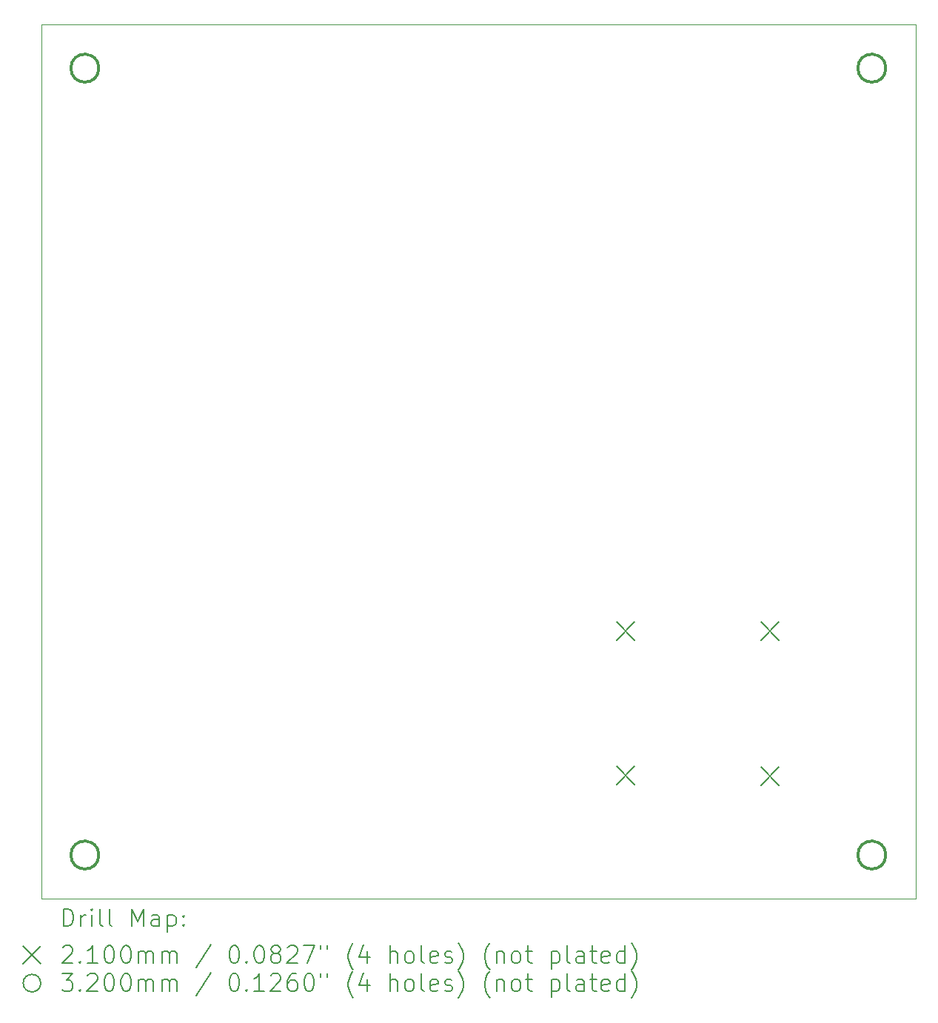
<source format=gbr>
%TF.GenerationSoftware,KiCad,Pcbnew,7.0.8-7.0.8~ubuntu22.04.1*%
%TF.CreationDate,2023-10-06T16:41:17-07:00*%
%TF.ProjectId,feedbackController,66656564-6261-4636-9b43-6f6e74726f6c,rev?*%
%TF.SameCoordinates,Original*%
%TF.FileFunction,Drillmap*%
%TF.FilePolarity,Positive*%
%FSLAX45Y45*%
G04 Gerber Fmt 4.5, Leading zero omitted, Abs format (unit mm)*
G04 Created by KiCad (PCBNEW 7.0.8-7.0.8~ubuntu22.04.1) date 2023-10-06 16:41:17*
%MOMM*%
%LPD*%
G01*
G04 APERTURE LIST*
%ADD10C,0.100000*%
%ADD11C,0.200000*%
%ADD12C,0.210000*%
%ADD13C,0.320000*%
G04 APERTURE END LIST*
D10*
X15000000Y-5000000D02*
X5000000Y-5000000D01*
X5000000Y-5000000D02*
X5000000Y-15000000D01*
X15000000Y-15000000D02*
X15000000Y-5000000D01*
X5000000Y-15000000D02*
X15000000Y-15000000D01*
D11*
D12*
X11579000Y-11833000D02*
X11789000Y-12043000D01*
X11789000Y-11833000D02*
X11579000Y-12043000D01*
X11579000Y-13484000D02*
X11789000Y-13694000D01*
X11789000Y-13484000D02*
X11579000Y-13694000D01*
X13230000Y-11833000D02*
X13440000Y-12043000D01*
X13440000Y-11833000D02*
X13230000Y-12043000D01*
X13230000Y-13495000D02*
X13440000Y-13705000D01*
X13440000Y-13495000D02*
X13230000Y-13705000D01*
D13*
X5660000Y-5500000D02*
G75*
G03*
X5660000Y-5500000I-160000J0D01*
G01*
X5660000Y-14500000D02*
G75*
G03*
X5660000Y-14500000I-160000J0D01*
G01*
X14660000Y-5500000D02*
G75*
G03*
X14660000Y-5500000I-160000J0D01*
G01*
X14660000Y-14500000D02*
G75*
G03*
X14660000Y-14500000I-160000J0D01*
G01*
D11*
X5255777Y-15316484D02*
X5255777Y-15116484D01*
X5255777Y-15116484D02*
X5303396Y-15116484D01*
X5303396Y-15116484D02*
X5331967Y-15126008D01*
X5331967Y-15126008D02*
X5351015Y-15145055D01*
X5351015Y-15145055D02*
X5360539Y-15164103D01*
X5360539Y-15164103D02*
X5370063Y-15202198D01*
X5370063Y-15202198D02*
X5370063Y-15230769D01*
X5370063Y-15230769D02*
X5360539Y-15268865D01*
X5360539Y-15268865D02*
X5351015Y-15287912D01*
X5351015Y-15287912D02*
X5331967Y-15306960D01*
X5331967Y-15306960D02*
X5303396Y-15316484D01*
X5303396Y-15316484D02*
X5255777Y-15316484D01*
X5455777Y-15316484D02*
X5455777Y-15183150D01*
X5455777Y-15221246D02*
X5465301Y-15202198D01*
X5465301Y-15202198D02*
X5474824Y-15192674D01*
X5474824Y-15192674D02*
X5493872Y-15183150D01*
X5493872Y-15183150D02*
X5512920Y-15183150D01*
X5579586Y-15316484D02*
X5579586Y-15183150D01*
X5579586Y-15116484D02*
X5570063Y-15126008D01*
X5570063Y-15126008D02*
X5579586Y-15135531D01*
X5579586Y-15135531D02*
X5589110Y-15126008D01*
X5589110Y-15126008D02*
X5579586Y-15116484D01*
X5579586Y-15116484D02*
X5579586Y-15135531D01*
X5703396Y-15316484D02*
X5684348Y-15306960D01*
X5684348Y-15306960D02*
X5674824Y-15287912D01*
X5674824Y-15287912D02*
X5674824Y-15116484D01*
X5808158Y-15316484D02*
X5789110Y-15306960D01*
X5789110Y-15306960D02*
X5779586Y-15287912D01*
X5779586Y-15287912D02*
X5779586Y-15116484D01*
X6036729Y-15316484D02*
X6036729Y-15116484D01*
X6036729Y-15116484D02*
X6103396Y-15259341D01*
X6103396Y-15259341D02*
X6170062Y-15116484D01*
X6170062Y-15116484D02*
X6170062Y-15316484D01*
X6351015Y-15316484D02*
X6351015Y-15211722D01*
X6351015Y-15211722D02*
X6341491Y-15192674D01*
X6341491Y-15192674D02*
X6322443Y-15183150D01*
X6322443Y-15183150D02*
X6284348Y-15183150D01*
X6284348Y-15183150D02*
X6265301Y-15192674D01*
X6351015Y-15306960D02*
X6331967Y-15316484D01*
X6331967Y-15316484D02*
X6284348Y-15316484D01*
X6284348Y-15316484D02*
X6265301Y-15306960D01*
X6265301Y-15306960D02*
X6255777Y-15287912D01*
X6255777Y-15287912D02*
X6255777Y-15268865D01*
X6255777Y-15268865D02*
X6265301Y-15249817D01*
X6265301Y-15249817D02*
X6284348Y-15240293D01*
X6284348Y-15240293D02*
X6331967Y-15240293D01*
X6331967Y-15240293D02*
X6351015Y-15230769D01*
X6446253Y-15183150D02*
X6446253Y-15383150D01*
X6446253Y-15192674D02*
X6465301Y-15183150D01*
X6465301Y-15183150D02*
X6503396Y-15183150D01*
X6503396Y-15183150D02*
X6522443Y-15192674D01*
X6522443Y-15192674D02*
X6531967Y-15202198D01*
X6531967Y-15202198D02*
X6541491Y-15221246D01*
X6541491Y-15221246D02*
X6541491Y-15278388D01*
X6541491Y-15278388D02*
X6531967Y-15297436D01*
X6531967Y-15297436D02*
X6522443Y-15306960D01*
X6522443Y-15306960D02*
X6503396Y-15316484D01*
X6503396Y-15316484D02*
X6465301Y-15316484D01*
X6465301Y-15316484D02*
X6446253Y-15306960D01*
X6627205Y-15297436D02*
X6636729Y-15306960D01*
X6636729Y-15306960D02*
X6627205Y-15316484D01*
X6627205Y-15316484D02*
X6617682Y-15306960D01*
X6617682Y-15306960D02*
X6627205Y-15297436D01*
X6627205Y-15297436D02*
X6627205Y-15316484D01*
X6627205Y-15192674D02*
X6636729Y-15202198D01*
X6636729Y-15202198D02*
X6627205Y-15211722D01*
X6627205Y-15211722D02*
X6617682Y-15202198D01*
X6617682Y-15202198D02*
X6627205Y-15192674D01*
X6627205Y-15192674D02*
X6627205Y-15211722D01*
X4795000Y-15545000D02*
X4995000Y-15745000D01*
X4995000Y-15545000D02*
X4795000Y-15745000D01*
X5246253Y-15555531D02*
X5255777Y-15546008D01*
X5255777Y-15546008D02*
X5274824Y-15536484D01*
X5274824Y-15536484D02*
X5322444Y-15536484D01*
X5322444Y-15536484D02*
X5341491Y-15546008D01*
X5341491Y-15546008D02*
X5351015Y-15555531D01*
X5351015Y-15555531D02*
X5360539Y-15574579D01*
X5360539Y-15574579D02*
X5360539Y-15593627D01*
X5360539Y-15593627D02*
X5351015Y-15622198D01*
X5351015Y-15622198D02*
X5236729Y-15736484D01*
X5236729Y-15736484D02*
X5360539Y-15736484D01*
X5446253Y-15717436D02*
X5455777Y-15726960D01*
X5455777Y-15726960D02*
X5446253Y-15736484D01*
X5446253Y-15736484D02*
X5436729Y-15726960D01*
X5436729Y-15726960D02*
X5446253Y-15717436D01*
X5446253Y-15717436D02*
X5446253Y-15736484D01*
X5646253Y-15736484D02*
X5531967Y-15736484D01*
X5589110Y-15736484D02*
X5589110Y-15536484D01*
X5589110Y-15536484D02*
X5570063Y-15565055D01*
X5570063Y-15565055D02*
X5551015Y-15584103D01*
X5551015Y-15584103D02*
X5531967Y-15593627D01*
X5770062Y-15536484D02*
X5789110Y-15536484D01*
X5789110Y-15536484D02*
X5808158Y-15546008D01*
X5808158Y-15546008D02*
X5817682Y-15555531D01*
X5817682Y-15555531D02*
X5827205Y-15574579D01*
X5827205Y-15574579D02*
X5836729Y-15612674D01*
X5836729Y-15612674D02*
X5836729Y-15660293D01*
X5836729Y-15660293D02*
X5827205Y-15698388D01*
X5827205Y-15698388D02*
X5817682Y-15717436D01*
X5817682Y-15717436D02*
X5808158Y-15726960D01*
X5808158Y-15726960D02*
X5789110Y-15736484D01*
X5789110Y-15736484D02*
X5770062Y-15736484D01*
X5770062Y-15736484D02*
X5751015Y-15726960D01*
X5751015Y-15726960D02*
X5741491Y-15717436D01*
X5741491Y-15717436D02*
X5731967Y-15698388D01*
X5731967Y-15698388D02*
X5722443Y-15660293D01*
X5722443Y-15660293D02*
X5722443Y-15612674D01*
X5722443Y-15612674D02*
X5731967Y-15574579D01*
X5731967Y-15574579D02*
X5741491Y-15555531D01*
X5741491Y-15555531D02*
X5751015Y-15546008D01*
X5751015Y-15546008D02*
X5770062Y-15536484D01*
X5960539Y-15536484D02*
X5979586Y-15536484D01*
X5979586Y-15536484D02*
X5998634Y-15546008D01*
X5998634Y-15546008D02*
X6008158Y-15555531D01*
X6008158Y-15555531D02*
X6017682Y-15574579D01*
X6017682Y-15574579D02*
X6027205Y-15612674D01*
X6027205Y-15612674D02*
X6027205Y-15660293D01*
X6027205Y-15660293D02*
X6017682Y-15698388D01*
X6017682Y-15698388D02*
X6008158Y-15717436D01*
X6008158Y-15717436D02*
X5998634Y-15726960D01*
X5998634Y-15726960D02*
X5979586Y-15736484D01*
X5979586Y-15736484D02*
X5960539Y-15736484D01*
X5960539Y-15736484D02*
X5941491Y-15726960D01*
X5941491Y-15726960D02*
X5931967Y-15717436D01*
X5931967Y-15717436D02*
X5922443Y-15698388D01*
X5922443Y-15698388D02*
X5912920Y-15660293D01*
X5912920Y-15660293D02*
X5912920Y-15612674D01*
X5912920Y-15612674D02*
X5922443Y-15574579D01*
X5922443Y-15574579D02*
X5931967Y-15555531D01*
X5931967Y-15555531D02*
X5941491Y-15546008D01*
X5941491Y-15546008D02*
X5960539Y-15536484D01*
X6112920Y-15736484D02*
X6112920Y-15603150D01*
X6112920Y-15622198D02*
X6122443Y-15612674D01*
X6122443Y-15612674D02*
X6141491Y-15603150D01*
X6141491Y-15603150D02*
X6170063Y-15603150D01*
X6170063Y-15603150D02*
X6189110Y-15612674D01*
X6189110Y-15612674D02*
X6198634Y-15631722D01*
X6198634Y-15631722D02*
X6198634Y-15736484D01*
X6198634Y-15631722D02*
X6208158Y-15612674D01*
X6208158Y-15612674D02*
X6227205Y-15603150D01*
X6227205Y-15603150D02*
X6255777Y-15603150D01*
X6255777Y-15603150D02*
X6274824Y-15612674D01*
X6274824Y-15612674D02*
X6284348Y-15631722D01*
X6284348Y-15631722D02*
X6284348Y-15736484D01*
X6379586Y-15736484D02*
X6379586Y-15603150D01*
X6379586Y-15622198D02*
X6389110Y-15612674D01*
X6389110Y-15612674D02*
X6408158Y-15603150D01*
X6408158Y-15603150D02*
X6436729Y-15603150D01*
X6436729Y-15603150D02*
X6455777Y-15612674D01*
X6455777Y-15612674D02*
X6465301Y-15631722D01*
X6465301Y-15631722D02*
X6465301Y-15736484D01*
X6465301Y-15631722D02*
X6474824Y-15612674D01*
X6474824Y-15612674D02*
X6493872Y-15603150D01*
X6493872Y-15603150D02*
X6522443Y-15603150D01*
X6522443Y-15603150D02*
X6541491Y-15612674D01*
X6541491Y-15612674D02*
X6551015Y-15631722D01*
X6551015Y-15631722D02*
X6551015Y-15736484D01*
X6941491Y-15526960D02*
X6770063Y-15784103D01*
X7198634Y-15536484D02*
X7217682Y-15536484D01*
X7217682Y-15536484D02*
X7236729Y-15546008D01*
X7236729Y-15546008D02*
X7246253Y-15555531D01*
X7246253Y-15555531D02*
X7255777Y-15574579D01*
X7255777Y-15574579D02*
X7265301Y-15612674D01*
X7265301Y-15612674D02*
X7265301Y-15660293D01*
X7265301Y-15660293D02*
X7255777Y-15698388D01*
X7255777Y-15698388D02*
X7246253Y-15717436D01*
X7246253Y-15717436D02*
X7236729Y-15726960D01*
X7236729Y-15726960D02*
X7217682Y-15736484D01*
X7217682Y-15736484D02*
X7198634Y-15736484D01*
X7198634Y-15736484D02*
X7179586Y-15726960D01*
X7179586Y-15726960D02*
X7170063Y-15717436D01*
X7170063Y-15717436D02*
X7160539Y-15698388D01*
X7160539Y-15698388D02*
X7151015Y-15660293D01*
X7151015Y-15660293D02*
X7151015Y-15612674D01*
X7151015Y-15612674D02*
X7160539Y-15574579D01*
X7160539Y-15574579D02*
X7170063Y-15555531D01*
X7170063Y-15555531D02*
X7179586Y-15546008D01*
X7179586Y-15546008D02*
X7198634Y-15536484D01*
X7351015Y-15717436D02*
X7360539Y-15726960D01*
X7360539Y-15726960D02*
X7351015Y-15736484D01*
X7351015Y-15736484D02*
X7341491Y-15726960D01*
X7341491Y-15726960D02*
X7351015Y-15717436D01*
X7351015Y-15717436D02*
X7351015Y-15736484D01*
X7484348Y-15536484D02*
X7503396Y-15536484D01*
X7503396Y-15536484D02*
X7522444Y-15546008D01*
X7522444Y-15546008D02*
X7531967Y-15555531D01*
X7531967Y-15555531D02*
X7541491Y-15574579D01*
X7541491Y-15574579D02*
X7551015Y-15612674D01*
X7551015Y-15612674D02*
X7551015Y-15660293D01*
X7551015Y-15660293D02*
X7541491Y-15698388D01*
X7541491Y-15698388D02*
X7531967Y-15717436D01*
X7531967Y-15717436D02*
X7522444Y-15726960D01*
X7522444Y-15726960D02*
X7503396Y-15736484D01*
X7503396Y-15736484D02*
X7484348Y-15736484D01*
X7484348Y-15736484D02*
X7465301Y-15726960D01*
X7465301Y-15726960D02*
X7455777Y-15717436D01*
X7455777Y-15717436D02*
X7446253Y-15698388D01*
X7446253Y-15698388D02*
X7436729Y-15660293D01*
X7436729Y-15660293D02*
X7436729Y-15612674D01*
X7436729Y-15612674D02*
X7446253Y-15574579D01*
X7446253Y-15574579D02*
X7455777Y-15555531D01*
X7455777Y-15555531D02*
X7465301Y-15546008D01*
X7465301Y-15546008D02*
X7484348Y-15536484D01*
X7665301Y-15622198D02*
X7646253Y-15612674D01*
X7646253Y-15612674D02*
X7636729Y-15603150D01*
X7636729Y-15603150D02*
X7627206Y-15584103D01*
X7627206Y-15584103D02*
X7627206Y-15574579D01*
X7627206Y-15574579D02*
X7636729Y-15555531D01*
X7636729Y-15555531D02*
X7646253Y-15546008D01*
X7646253Y-15546008D02*
X7665301Y-15536484D01*
X7665301Y-15536484D02*
X7703396Y-15536484D01*
X7703396Y-15536484D02*
X7722444Y-15546008D01*
X7722444Y-15546008D02*
X7731967Y-15555531D01*
X7731967Y-15555531D02*
X7741491Y-15574579D01*
X7741491Y-15574579D02*
X7741491Y-15584103D01*
X7741491Y-15584103D02*
X7731967Y-15603150D01*
X7731967Y-15603150D02*
X7722444Y-15612674D01*
X7722444Y-15612674D02*
X7703396Y-15622198D01*
X7703396Y-15622198D02*
X7665301Y-15622198D01*
X7665301Y-15622198D02*
X7646253Y-15631722D01*
X7646253Y-15631722D02*
X7636729Y-15641246D01*
X7636729Y-15641246D02*
X7627206Y-15660293D01*
X7627206Y-15660293D02*
X7627206Y-15698388D01*
X7627206Y-15698388D02*
X7636729Y-15717436D01*
X7636729Y-15717436D02*
X7646253Y-15726960D01*
X7646253Y-15726960D02*
X7665301Y-15736484D01*
X7665301Y-15736484D02*
X7703396Y-15736484D01*
X7703396Y-15736484D02*
X7722444Y-15726960D01*
X7722444Y-15726960D02*
X7731967Y-15717436D01*
X7731967Y-15717436D02*
X7741491Y-15698388D01*
X7741491Y-15698388D02*
X7741491Y-15660293D01*
X7741491Y-15660293D02*
X7731967Y-15641246D01*
X7731967Y-15641246D02*
X7722444Y-15631722D01*
X7722444Y-15631722D02*
X7703396Y-15622198D01*
X7817682Y-15555531D02*
X7827206Y-15546008D01*
X7827206Y-15546008D02*
X7846253Y-15536484D01*
X7846253Y-15536484D02*
X7893872Y-15536484D01*
X7893872Y-15536484D02*
X7912920Y-15546008D01*
X7912920Y-15546008D02*
X7922444Y-15555531D01*
X7922444Y-15555531D02*
X7931967Y-15574579D01*
X7931967Y-15574579D02*
X7931967Y-15593627D01*
X7931967Y-15593627D02*
X7922444Y-15622198D01*
X7922444Y-15622198D02*
X7808158Y-15736484D01*
X7808158Y-15736484D02*
X7931967Y-15736484D01*
X7998634Y-15536484D02*
X8131967Y-15536484D01*
X8131967Y-15536484D02*
X8046253Y-15736484D01*
X8198634Y-15536484D02*
X8198634Y-15574579D01*
X8274825Y-15536484D02*
X8274825Y-15574579D01*
X8570063Y-15812674D02*
X8560539Y-15803150D01*
X8560539Y-15803150D02*
X8541491Y-15774579D01*
X8541491Y-15774579D02*
X8531968Y-15755531D01*
X8531968Y-15755531D02*
X8522444Y-15726960D01*
X8522444Y-15726960D02*
X8512920Y-15679341D01*
X8512920Y-15679341D02*
X8512920Y-15641246D01*
X8512920Y-15641246D02*
X8522444Y-15593627D01*
X8522444Y-15593627D02*
X8531968Y-15565055D01*
X8531968Y-15565055D02*
X8541491Y-15546008D01*
X8541491Y-15546008D02*
X8560539Y-15517436D01*
X8560539Y-15517436D02*
X8570063Y-15507912D01*
X8731968Y-15603150D02*
X8731968Y-15736484D01*
X8684349Y-15526960D02*
X8636730Y-15669817D01*
X8636730Y-15669817D02*
X8760539Y-15669817D01*
X8989111Y-15736484D02*
X8989111Y-15536484D01*
X9074825Y-15736484D02*
X9074825Y-15631722D01*
X9074825Y-15631722D02*
X9065301Y-15612674D01*
X9065301Y-15612674D02*
X9046253Y-15603150D01*
X9046253Y-15603150D02*
X9017682Y-15603150D01*
X9017682Y-15603150D02*
X8998634Y-15612674D01*
X8998634Y-15612674D02*
X8989111Y-15622198D01*
X9198634Y-15736484D02*
X9179587Y-15726960D01*
X9179587Y-15726960D02*
X9170063Y-15717436D01*
X9170063Y-15717436D02*
X9160539Y-15698388D01*
X9160539Y-15698388D02*
X9160539Y-15641246D01*
X9160539Y-15641246D02*
X9170063Y-15622198D01*
X9170063Y-15622198D02*
X9179587Y-15612674D01*
X9179587Y-15612674D02*
X9198634Y-15603150D01*
X9198634Y-15603150D02*
X9227206Y-15603150D01*
X9227206Y-15603150D02*
X9246253Y-15612674D01*
X9246253Y-15612674D02*
X9255777Y-15622198D01*
X9255777Y-15622198D02*
X9265301Y-15641246D01*
X9265301Y-15641246D02*
X9265301Y-15698388D01*
X9265301Y-15698388D02*
X9255777Y-15717436D01*
X9255777Y-15717436D02*
X9246253Y-15726960D01*
X9246253Y-15726960D02*
X9227206Y-15736484D01*
X9227206Y-15736484D02*
X9198634Y-15736484D01*
X9379587Y-15736484D02*
X9360539Y-15726960D01*
X9360539Y-15726960D02*
X9351015Y-15707912D01*
X9351015Y-15707912D02*
X9351015Y-15536484D01*
X9531968Y-15726960D02*
X9512920Y-15736484D01*
X9512920Y-15736484D02*
X9474825Y-15736484D01*
X9474825Y-15736484D02*
X9455777Y-15726960D01*
X9455777Y-15726960D02*
X9446253Y-15707912D01*
X9446253Y-15707912D02*
X9446253Y-15631722D01*
X9446253Y-15631722D02*
X9455777Y-15612674D01*
X9455777Y-15612674D02*
X9474825Y-15603150D01*
X9474825Y-15603150D02*
X9512920Y-15603150D01*
X9512920Y-15603150D02*
X9531968Y-15612674D01*
X9531968Y-15612674D02*
X9541492Y-15631722D01*
X9541492Y-15631722D02*
X9541492Y-15650769D01*
X9541492Y-15650769D02*
X9446253Y-15669817D01*
X9617682Y-15726960D02*
X9636730Y-15736484D01*
X9636730Y-15736484D02*
X9674825Y-15736484D01*
X9674825Y-15736484D02*
X9693873Y-15726960D01*
X9693873Y-15726960D02*
X9703396Y-15707912D01*
X9703396Y-15707912D02*
X9703396Y-15698388D01*
X9703396Y-15698388D02*
X9693873Y-15679341D01*
X9693873Y-15679341D02*
X9674825Y-15669817D01*
X9674825Y-15669817D02*
X9646253Y-15669817D01*
X9646253Y-15669817D02*
X9627206Y-15660293D01*
X9627206Y-15660293D02*
X9617682Y-15641246D01*
X9617682Y-15641246D02*
X9617682Y-15631722D01*
X9617682Y-15631722D02*
X9627206Y-15612674D01*
X9627206Y-15612674D02*
X9646253Y-15603150D01*
X9646253Y-15603150D02*
X9674825Y-15603150D01*
X9674825Y-15603150D02*
X9693873Y-15612674D01*
X9770063Y-15812674D02*
X9779587Y-15803150D01*
X9779587Y-15803150D02*
X9798634Y-15774579D01*
X9798634Y-15774579D02*
X9808158Y-15755531D01*
X9808158Y-15755531D02*
X9817682Y-15726960D01*
X9817682Y-15726960D02*
X9827206Y-15679341D01*
X9827206Y-15679341D02*
X9827206Y-15641246D01*
X9827206Y-15641246D02*
X9817682Y-15593627D01*
X9817682Y-15593627D02*
X9808158Y-15565055D01*
X9808158Y-15565055D02*
X9798634Y-15546008D01*
X9798634Y-15546008D02*
X9779587Y-15517436D01*
X9779587Y-15517436D02*
X9770063Y-15507912D01*
X10131968Y-15812674D02*
X10122444Y-15803150D01*
X10122444Y-15803150D02*
X10103396Y-15774579D01*
X10103396Y-15774579D02*
X10093873Y-15755531D01*
X10093873Y-15755531D02*
X10084349Y-15726960D01*
X10084349Y-15726960D02*
X10074825Y-15679341D01*
X10074825Y-15679341D02*
X10074825Y-15641246D01*
X10074825Y-15641246D02*
X10084349Y-15593627D01*
X10084349Y-15593627D02*
X10093873Y-15565055D01*
X10093873Y-15565055D02*
X10103396Y-15546008D01*
X10103396Y-15546008D02*
X10122444Y-15517436D01*
X10122444Y-15517436D02*
X10131968Y-15507912D01*
X10208158Y-15603150D02*
X10208158Y-15736484D01*
X10208158Y-15622198D02*
X10217682Y-15612674D01*
X10217682Y-15612674D02*
X10236730Y-15603150D01*
X10236730Y-15603150D02*
X10265301Y-15603150D01*
X10265301Y-15603150D02*
X10284349Y-15612674D01*
X10284349Y-15612674D02*
X10293873Y-15631722D01*
X10293873Y-15631722D02*
X10293873Y-15736484D01*
X10417682Y-15736484D02*
X10398634Y-15726960D01*
X10398634Y-15726960D02*
X10389111Y-15717436D01*
X10389111Y-15717436D02*
X10379587Y-15698388D01*
X10379587Y-15698388D02*
X10379587Y-15641246D01*
X10379587Y-15641246D02*
X10389111Y-15622198D01*
X10389111Y-15622198D02*
X10398634Y-15612674D01*
X10398634Y-15612674D02*
X10417682Y-15603150D01*
X10417682Y-15603150D02*
X10446254Y-15603150D01*
X10446254Y-15603150D02*
X10465301Y-15612674D01*
X10465301Y-15612674D02*
X10474825Y-15622198D01*
X10474825Y-15622198D02*
X10484349Y-15641246D01*
X10484349Y-15641246D02*
X10484349Y-15698388D01*
X10484349Y-15698388D02*
X10474825Y-15717436D01*
X10474825Y-15717436D02*
X10465301Y-15726960D01*
X10465301Y-15726960D02*
X10446254Y-15736484D01*
X10446254Y-15736484D02*
X10417682Y-15736484D01*
X10541492Y-15603150D02*
X10617682Y-15603150D01*
X10570063Y-15536484D02*
X10570063Y-15707912D01*
X10570063Y-15707912D02*
X10579587Y-15726960D01*
X10579587Y-15726960D02*
X10598634Y-15736484D01*
X10598634Y-15736484D02*
X10617682Y-15736484D01*
X10836730Y-15603150D02*
X10836730Y-15803150D01*
X10836730Y-15612674D02*
X10855777Y-15603150D01*
X10855777Y-15603150D02*
X10893873Y-15603150D01*
X10893873Y-15603150D02*
X10912920Y-15612674D01*
X10912920Y-15612674D02*
X10922444Y-15622198D01*
X10922444Y-15622198D02*
X10931968Y-15641246D01*
X10931968Y-15641246D02*
X10931968Y-15698388D01*
X10931968Y-15698388D02*
X10922444Y-15717436D01*
X10922444Y-15717436D02*
X10912920Y-15726960D01*
X10912920Y-15726960D02*
X10893873Y-15736484D01*
X10893873Y-15736484D02*
X10855777Y-15736484D01*
X10855777Y-15736484D02*
X10836730Y-15726960D01*
X11046254Y-15736484D02*
X11027206Y-15726960D01*
X11027206Y-15726960D02*
X11017682Y-15707912D01*
X11017682Y-15707912D02*
X11017682Y-15536484D01*
X11208158Y-15736484D02*
X11208158Y-15631722D01*
X11208158Y-15631722D02*
X11198634Y-15612674D01*
X11198634Y-15612674D02*
X11179587Y-15603150D01*
X11179587Y-15603150D02*
X11141492Y-15603150D01*
X11141492Y-15603150D02*
X11122444Y-15612674D01*
X11208158Y-15726960D02*
X11189111Y-15736484D01*
X11189111Y-15736484D02*
X11141492Y-15736484D01*
X11141492Y-15736484D02*
X11122444Y-15726960D01*
X11122444Y-15726960D02*
X11112920Y-15707912D01*
X11112920Y-15707912D02*
X11112920Y-15688865D01*
X11112920Y-15688865D02*
X11122444Y-15669817D01*
X11122444Y-15669817D02*
X11141492Y-15660293D01*
X11141492Y-15660293D02*
X11189111Y-15660293D01*
X11189111Y-15660293D02*
X11208158Y-15650769D01*
X11274825Y-15603150D02*
X11351015Y-15603150D01*
X11303396Y-15536484D02*
X11303396Y-15707912D01*
X11303396Y-15707912D02*
X11312920Y-15726960D01*
X11312920Y-15726960D02*
X11331968Y-15736484D01*
X11331968Y-15736484D02*
X11351015Y-15736484D01*
X11493873Y-15726960D02*
X11474825Y-15736484D01*
X11474825Y-15736484D02*
X11436730Y-15736484D01*
X11436730Y-15736484D02*
X11417682Y-15726960D01*
X11417682Y-15726960D02*
X11408158Y-15707912D01*
X11408158Y-15707912D02*
X11408158Y-15631722D01*
X11408158Y-15631722D02*
X11417682Y-15612674D01*
X11417682Y-15612674D02*
X11436730Y-15603150D01*
X11436730Y-15603150D02*
X11474825Y-15603150D01*
X11474825Y-15603150D02*
X11493873Y-15612674D01*
X11493873Y-15612674D02*
X11503396Y-15631722D01*
X11503396Y-15631722D02*
X11503396Y-15650769D01*
X11503396Y-15650769D02*
X11408158Y-15669817D01*
X11674825Y-15736484D02*
X11674825Y-15536484D01*
X11674825Y-15726960D02*
X11655777Y-15736484D01*
X11655777Y-15736484D02*
X11617682Y-15736484D01*
X11617682Y-15736484D02*
X11598634Y-15726960D01*
X11598634Y-15726960D02*
X11589111Y-15717436D01*
X11589111Y-15717436D02*
X11579587Y-15698388D01*
X11579587Y-15698388D02*
X11579587Y-15641246D01*
X11579587Y-15641246D02*
X11589111Y-15622198D01*
X11589111Y-15622198D02*
X11598634Y-15612674D01*
X11598634Y-15612674D02*
X11617682Y-15603150D01*
X11617682Y-15603150D02*
X11655777Y-15603150D01*
X11655777Y-15603150D02*
X11674825Y-15612674D01*
X11751015Y-15812674D02*
X11760539Y-15803150D01*
X11760539Y-15803150D02*
X11779587Y-15774579D01*
X11779587Y-15774579D02*
X11789111Y-15755531D01*
X11789111Y-15755531D02*
X11798634Y-15726960D01*
X11798634Y-15726960D02*
X11808158Y-15679341D01*
X11808158Y-15679341D02*
X11808158Y-15641246D01*
X11808158Y-15641246D02*
X11798634Y-15593627D01*
X11798634Y-15593627D02*
X11789111Y-15565055D01*
X11789111Y-15565055D02*
X11779587Y-15546008D01*
X11779587Y-15546008D02*
X11760539Y-15517436D01*
X11760539Y-15517436D02*
X11751015Y-15507912D01*
X4995000Y-15965000D02*
G75*
G03*
X4995000Y-15965000I-100000J0D01*
G01*
X5236729Y-15856484D02*
X5360539Y-15856484D01*
X5360539Y-15856484D02*
X5293872Y-15932674D01*
X5293872Y-15932674D02*
X5322444Y-15932674D01*
X5322444Y-15932674D02*
X5341491Y-15942198D01*
X5341491Y-15942198D02*
X5351015Y-15951722D01*
X5351015Y-15951722D02*
X5360539Y-15970769D01*
X5360539Y-15970769D02*
X5360539Y-16018388D01*
X5360539Y-16018388D02*
X5351015Y-16037436D01*
X5351015Y-16037436D02*
X5341491Y-16046960D01*
X5341491Y-16046960D02*
X5322444Y-16056484D01*
X5322444Y-16056484D02*
X5265301Y-16056484D01*
X5265301Y-16056484D02*
X5246253Y-16046960D01*
X5246253Y-16046960D02*
X5236729Y-16037436D01*
X5446253Y-16037436D02*
X5455777Y-16046960D01*
X5455777Y-16046960D02*
X5446253Y-16056484D01*
X5446253Y-16056484D02*
X5436729Y-16046960D01*
X5436729Y-16046960D02*
X5446253Y-16037436D01*
X5446253Y-16037436D02*
X5446253Y-16056484D01*
X5531967Y-15875531D02*
X5541491Y-15866008D01*
X5541491Y-15866008D02*
X5560539Y-15856484D01*
X5560539Y-15856484D02*
X5608158Y-15856484D01*
X5608158Y-15856484D02*
X5627205Y-15866008D01*
X5627205Y-15866008D02*
X5636729Y-15875531D01*
X5636729Y-15875531D02*
X5646253Y-15894579D01*
X5646253Y-15894579D02*
X5646253Y-15913627D01*
X5646253Y-15913627D02*
X5636729Y-15942198D01*
X5636729Y-15942198D02*
X5522444Y-16056484D01*
X5522444Y-16056484D02*
X5646253Y-16056484D01*
X5770062Y-15856484D02*
X5789110Y-15856484D01*
X5789110Y-15856484D02*
X5808158Y-15866008D01*
X5808158Y-15866008D02*
X5817682Y-15875531D01*
X5817682Y-15875531D02*
X5827205Y-15894579D01*
X5827205Y-15894579D02*
X5836729Y-15932674D01*
X5836729Y-15932674D02*
X5836729Y-15980293D01*
X5836729Y-15980293D02*
X5827205Y-16018388D01*
X5827205Y-16018388D02*
X5817682Y-16037436D01*
X5817682Y-16037436D02*
X5808158Y-16046960D01*
X5808158Y-16046960D02*
X5789110Y-16056484D01*
X5789110Y-16056484D02*
X5770062Y-16056484D01*
X5770062Y-16056484D02*
X5751015Y-16046960D01*
X5751015Y-16046960D02*
X5741491Y-16037436D01*
X5741491Y-16037436D02*
X5731967Y-16018388D01*
X5731967Y-16018388D02*
X5722443Y-15980293D01*
X5722443Y-15980293D02*
X5722443Y-15932674D01*
X5722443Y-15932674D02*
X5731967Y-15894579D01*
X5731967Y-15894579D02*
X5741491Y-15875531D01*
X5741491Y-15875531D02*
X5751015Y-15866008D01*
X5751015Y-15866008D02*
X5770062Y-15856484D01*
X5960539Y-15856484D02*
X5979586Y-15856484D01*
X5979586Y-15856484D02*
X5998634Y-15866008D01*
X5998634Y-15866008D02*
X6008158Y-15875531D01*
X6008158Y-15875531D02*
X6017682Y-15894579D01*
X6017682Y-15894579D02*
X6027205Y-15932674D01*
X6027205Y-15932674D02*
X6027205Y-15980293D01*
X6027205Y-15980293D02*
X6017682Y-16018388D01*
X6017682Y-16018388D02*
X6008158Y-16037436D01*
X6008158Y-16037436D02*
X5998634Y-16046960D01*
X5998634Y-16046960D02*
X5979586Y-16056484D01*
X5979586Y-16056484D02*
X5960539Y-16056484D01*
X5960539Y-16056484D02*
X5941491Y-16046960D01*
X5941491Y-16046960D02*
X5931967Y-16037436D01*
X5931967Y-16037436D02*
X5922443Y-16018388D01*
X5922443Y-16018388D02*
X5912920Y-15980293D01*
X5912920Y-15980293D02*
X5912920Y-15932674D01*
X5912920Y-15932674D02*
X5922443Y-15894579D01*
X5922443Y-15894579D02*
X5931967Y-15875531D01*
X5931967Y-15875531D02*
X5941491Y-15866008D01*
X5941491Y-15866008D02*
X5960539Y-15856484D01*
X6112920Y-16056484D02*
X6112920Y-15923150D01*
X6112920Y-15942198D02*
X6122443Y-15932674D01*
X6122443Y-15932674D02*
X6141491Y-15923150D01*
X6141491Y-15923150D02*
X6170063Y-15923150D01*
X6170063Y-15923150D02*
X6189110Y-15932674D01*
X6189110Y-15932674D02*
X6198634Y-15951722D01*
X6198634Y-15951722D02*
X6198634Y-16056484D01*
X6198634Y-15951722D02*
X6208158Y-15932674D01*
X6208158Y-15932674D02*
X6227205Y-15923150D01*
X6227205Y-15923150D02*
X6255777Y-15923150D01*
X6255777Y-15923150D02*
X6274824Y-15932674D01*
X6274824Y-15932674D02*
X6284348Y-15951722D01*
X6284348Y-15951722D02*
X6284348Y-16056484D01*
X6379586Y-16056484D02*
X6379586Y-15923150D01*
X6379586Y-15942198D02*
X6389110Y-15932674D01*
X6389110Y-15932674D02*
X6408158Y-15923150D01*
X6408158Y-15923150D02*
X6436729Y-15923150D01*
X6436729Y-15923150D02*
X6455777Y-15932674D01*
X6455777Y-15932674D02*
X6465301Y-15951722D01*
X6465301Y-15951722D02*
X6465301Y-16056484D01*
X6465301Y-15951722D02*
X6474824Y-15932674D01*
X6474824Y-15932674D02*
X6493872Y-15923150D01*
X6493872Y-15923150D02*
X6522443Y-15923150D01*
X6522443Y-15923150D02*
X6541491Y-15932674D01*
X6541491Y-15932674D02*
X6551015Y-15951722D01*
X6551015Y-15951722D02*
X6551015Y-16056484D01*
X6941491Y-15846960D02*
X6770063Y-16104103D01*
X7198634Y-15856484D02*
X7217682Y-15856484D01*
X7217682Y-15856484D02*
X7236729Y-15866008D01*
X7236729Y-15866008D02*
X7246253Y-15875531D01*
X7246253Y-15875531D02*
X7255777Y-15894579D01*
X7255777Y-15894579D02*
X7265301Y-15932674D01*
X7265301Y-15932674D02*
X7265301Y-15980293D01*
X7265301Y-15980293D02*
X7255777Y-16018388D01*
X7255777Y-16018388D02*
X7246253Y-16037436D01*
X7246253Y-16037436D02*
X7236729Y-16046960D01*
X7236729Y-16046960D02*
X7217682Y-16056484D01*
X7217682Y-16056484D02*
X7198634Y-16056484D01*
X7198634Y-16056484D02*
X7179586Y-16046960D01*
X7179586Y-16046960D02*
X7170063Y-16037436D01*
X7170063Y-16037436D02*
X7160539Y-16018388D01*
X7160539Y-16018388D02*
X7151015Y-15980293D01*
X7151015Y-15980293D02*
X7151015Y-15932674D01*
X7151015Y-15932674D02*
X7160539Y-15894579D01*
X7160539Y-15894579D02*
X7170063Y-15875531D01*
X7170063Y-15875531D02*
X7179586Y-15866008D01*
X7179586Y-15866008D02*
X7198634Y-15856484D01*
X7351015Y-16037436D02*
X7360539Y-16046960D01*
X7360539Y-16046960D02*
X7351015Y-16056484D01*
X7351015Y-16056484D02*
X7341491Y-16046960D01*
X7341491Y-16046960D02*
X7351015Y-16037436D01*
X7351015Y-16037436D02*
X7351015Y-16056484D01*
X7551015Y-16056484D02*
X7436729Y-16056484D01*
X7493872Y-16056484D02*
X7493872Y-15856484D01*
X7493872Y-15856484D02*
X7474825Y-15885055D01*
X7474825Y-15885055D02*
X7455777Y-15904103D01*
X7455777Y-15904103D02*
X7436729Y-15913627D01*
X7627206Y-15875531D02*
X7636729Y-15866008D01*
X7636729Y-15866008D02*
X7655777Y-15856484D01*
X7655777Y-15856484D02*
X7703396Y-15856484D01*
X7703396Y-15856484D02*
X7722444Y-15866008D01*
X7722444Y-15866008D02*
X7731967Y-15875531D01*
X7731967Y-15875531D02*
X7741491Y-15894579D01*
X7741491Y-15894579D02*
X7741491Y-15913627D01*
X7741491Y-15913627D02*
X7731967Y-15942198D01*
X7731967Y-15942198D02*
X7617682Y-16056484D01*
X7617682Y-16056484D02*
X7741491Y-16056484D01*
X7912920Y-15856484D02*
X7874825Y-15856484D01*
X7874825Y-15856484D02*
X7855777Y-15866008D01*
X7855777Y-15866008D02*
X7846253Y-15875531D01*
X7846253Y-15875531D02*
X7827206Y-15904103D01*
X7827206Y-15904103D02*
X7817682Y-15942198D01*
X7817682Y-15942198D02*
X7817682Y-16018388D01*
X7817682Y-16018388D02*
X7827206Y-16037436D01*
X7827206Y-16037436D02*
X7836729Y-16046960D01*
X7836729Y-16046960D02*
X7855777Y-16056484D01*
X7855777Y-16056484D02*
X7893872Y-16056484D01*
X7893872Y-16056484D02*
X7912920Y-16046960D01*
X7912920Y-16046960D02*
X7922444Y-16037436D01*
X7922444Y-16037436D02*
X7931967Y-16018388D01*
X7931967Y-16018388D02*
X7931967Y-15970769D01*
X7931967Y-15970769D02*
X7922444Y-15951722D01*
X7922444Y-15951722D02*
X7912920Y-15942198D01*
X7912920Y-15942198D02*
X7893872Y-15932674D01*
X7893872Y-15932674D02*
X7855777Y-15932674D01*
X7855777Y-15932674D02*
X7836729Y-15942198D01*
X7836729Y-15942198D02*
X7827206Y-15951722D01*
X7827206Y-15951722D02*
X7817682Y-15970769D01*
X8055777Y-15856484D02*
X8074825Y-15856484D01*
X8074825Y-15856484D02*
X8093872Y-15866008D01*
X8093872Y-15866008D02*
X8103396Y-15875531D01*
X8103396Y-15875531D02*
X8112920Y-15894579D01*
X8112920Y-15894579D02*
X8122444Y-15932674D01*
X8122444Y-15932674D02*
X8122444Y-15980293D01*
X8122444Y-15980293D02*
X8112920Y-16018388D01*
X8112920Y-16018388D02*
X8103396Y-16037436D01*
X8103396Y-16037436D02*
X8093872Y-16046960D01*
X8093872Y-16046960D02*
X8074825Y-16056484D01*
X8074825Y-16056484D02*
X8055777Y-16056484D01*
X8055777Y-16056484D02*
X8036729Y-16046960D01*
X8036729Y-16046960D02*
X8027206Y-16037436D01*
X8027206Y-16037436D02*
X8017682Y-16018388D01*
X8017682Y-16018388D02*
X8008158Y-15980293D01*
X8008158Y-15980293D02*
X8008158Y-15932674D01*
X8008158Y-15932674D02*
X8017682Y-15894579D01*
X8017682Y-15894579D02*
X8027206Y-15875531D01*
X8027206Y-15875531D02*
X8036729Y-15866008D01*
X8036729Y-15866008D02*
X8055777Y-15856484D01*
X8198634Y-15856484D02*
X8198634Y-15894579D01*
X8274825Y-15856484D02*
X8274825Y-15894579D01*
X8570063Y-16132674D02*
X8560539Y-16123150D01*
X8560539Y-16123150D02*
X8541491Y-16094579D01*
X8541491Y-16094579D02*
X8531968Y-16075531D01*
X8531968Y-16075531D02*
X8522444Y-16046960D01*
X8522444Y-16046960D02*
X8512920Y-15999341D01*
X8512920Y-15999341D02*
X8512920Y-15961246D01*
X8512920Y-15961246D02*
X8522444Y-15913627D01*
X8522444Y-15913627D02*
X8531968Y-15885055D01*
X8531968Y-15885055D02*
X8541491Y-15866008D01*
X8541491Y-15866008D02*
X8560539Y-15837436D01*
X8560539Y-15837436D02*
X8570063Y-15827912D01*
X8731968Y-15923150D02*
X8731968Y-16056484D01*
X8684349Y-15846960D02*
X8636730Y-15989817D01*
X8636730Y-15989817D02*
X8760539Y-15989817D01*
X8989111Y-16056484D02*
X8989111Y-15856484D01*
X9074825Y-16056484D02*
X9074825Y-15951722D01*
X9074825Y-15951722D02*
X9065301Y-15932674D01*
X9065301Y-15932674D02*
X9046253Y-15923150D01*
X9046253Y-15923150D02*
X9017682Y-15923150D01*
X9017682Y-15923150D02*
X8998634Y-15932674D01*
X8998634Y-15932674D02*
X8989111Y-15942198D01*
X9198634Y-16056484D02*
X9179587Y-16046960D01*
X9179587Y-16046960D02*
X9170063Y-16037436D01*
X9170063Y-16037436D02*
X9160539Y-16018388D01*
X9160539Y-16018388D02*
X9160539Y-15961246D01*
X9160539Y-15961246D02*
X9170063Y-15942198D01*
X9170063Y-15942198D02*
X9179587Y-15932674D01*
X9179587Y-15932674D02*
X9198634Y-15923150D01*
X9198634Y-15923150D02*
X9227206Y-15923150D01*
X9227206Y-15923150D02*
X9246253Y-15932674D01*
X9246253Y-15932674D02*
X9255777Y-15942198D01*
X9255777Y-15942198D02*
X9265301Y-15961246D01*
X9265301Y-15961246D02*
X9265301Y-16018388D01*
X9265301Y-16018388D02*
X9255777Y-16037436D01*
X9255777Y-16037436D02*
X9246253Y-16046960D01*
X9246253Y-16046960D02*
X9227206Y-16056484D01*
X9227206Y-16056484D02*
X9198634Y-16056484D01*
X9379587Y-16056484D02*
X9360539Y-16046960D01*
X9360539Y-16046960D02*
X9351015Y-16027912D01*
X9351015Y-16027912D02*
X9351015Y-15856484D01*
X9531968Y-16046960D02*
X9512920Y-16056484D01*
X9512920Y-16056484D02*
X9474825Y-16056484D01*
X9474825Y-16056484D02*
X9455777Y-16046960D01*
X9455777Y-16046960D02*
X9446253Y-16027912D01*
X9446253Y-16027912D02*
X9446253Y-15951722D01*
X9446253Y-15951722D02*
X9455777Y-15932674D01*
X9455777Y-15932674D02*
X9474825Y-15923150D01*
X9474825Y-15923150D02*
X9512920Y-15923150D01*
X9512920Y-15923150D02*
X9531968Y-15932674D01*
X9531968Y-15932674D02*
X9541492Y-15951722D01*
X9541492Y-15951722D02*
X9541492Y-15970769D01*
X9541492Y-15970769D02*
X9446253Y-15989817D01*
X9617682Y-16046960D02*
X9636730Y-16056484D01*
X9636730Y-16056484D02*
X9674825Y-16056484D01*
X9674825Y-16056484D02*
X9693873Y-16046960D01*
X9693873Y-16046960D02*
X9703396Y-16027912D01*
X9703396Y-16027912D02*
X9703396Y-16018388D01*
X9703396Y-16018388D02*
X9693873Y-15999341D01*
X9693873Y-15999341D02*
X9674825Y-15989817D01*
X9674825Y-15989817D02*
X9646253Y-15989817D01*
X9646253Y-15989817D02*
X9627206Y-15980293D01*
X9627206Y-15980293D02*
X9617682Y-15961246D01*
X9617682Y-15961246D02*
X9617682Y-15951722D01*
X9617682Y-15951722D02*
X9627206Y-15932674D01*
X9627206Y-15932674D02*
X9646253Y-15923150D01*
X9646253Y-15923150D02*
X9674825Y-15923150D01*
X9674825Y-15923150D02*
X9693873Y-15932674D01*
X9770063Y-16132674D02*
X9779587Y-16123150D01*
X9779587Y-16123150D02*
X9798634Y-16094579D01*
X9798634Y-16094579D02*
X9808158Y-16075531D01*
X9808158Y-16075531D02*
X9817682Y-16046960D01*
X9817682Y-16046960D02*
X9827206Y-15999341D01*
X9827206Y-15999341D02*
X9827206Y-15961246D01*
X9827206Y-15961246D02*
X9817682Y-15913627D01*
X9817682Y-15913627D02*
X9808158Y-15885055D01*
X9808158Y-15885055D02*
X9798634Y-15866008D01*
X9798634Y-15866008D02*
X9779587Y-15837436D01*
X9779587Y-15837436D02*
X9770063Y-15827912D01*
X10131968Y-16132674D02*
X10122444Y-16123150D01*
X10122444Y-16123150D02*
X10103396Y-16094579D01*
X10103396Y-16094579D02*
X10093873Y-16075531D01*
X10093873Y-16075531D02*
X10084349Y-16046960D01*
X10084349Y-16046960D02*
X10074825Y-15999341D01*
X10074825Y-15999341D02*
X10074825Y-15961246D01*
X10074825Y-15961246D02*
X10084349Y-15913627D01*
X10084349Y-15913627D02*
X10093873Y-15885055D01*
X10093873Y-15885055D02*
X10103396Y-15866008D01*
X10103396Y-15866008D02*
X10122444Y-15837436D01*
X10122444Y-15837436D02*
X10131968Y-15827912D01*
X10208158Y-15923150D02*
X10208158Y-16056484D01*
X10208158Y-15942198D02*
X10217682Y-15932674D01*
X10217682Y-15932674D02*
X10236730Y-15923150D01*
X10236730Y-15923150D02*
X10265301Y-15923150D01*
X10265301Y-15923150D02*
X10284349Y-15932674D01*
X10284349Y-15932674D02*
X10293873Y-15951722D01*
X10293873Y-15951722D02*
X10293873Y-16056484D01*
X10417682Y-16056484D02*
X10398634Y-16046960D01*
X10398634Y-16046960D02*
X10389111Y-16037436D01*
X10389111Y-16037436D02*
X10379587Y-16018388D01*
X10379587Y-16018388D02*
X10379587Y-15961246D01*
X10379587Y-15961246D02*
X10389111Y-15942198D01*
X10389111Y-15942198D02*
X10398634Y-15932674D01*
X10398634Y-15932674D02*
X10417682Y-15923150D01*
X10417682Y-15923150D02*
X10446254Y-15923150D01*
X10446254Y-15923150D02*
X10465301Y-15932674D01*
X10465301Y-15932674D02*
X10474825Y-15942198D01*
X10474825Y-15942198D02*
X10484349Y-15961246D01*
X10484349Y-15961246D02*
X10484349Y-16018388D01*
X10484349Y-16018388D02*
X10474825Y-16037436D01*
X10474825Y-16037436D02*
X10465301Y-16046960D01*
X10465301Y-16046960D02*
X10446254Y-16056484D01*
X10446254Y-16056484D02*
X10417682Y-16056484D01*
X10541492Y-15923150D02*
X10617682Y-15923150D01*
X10570063Y-15856484D02*
X10570063Y-16027912D01*
X10570063Y-16027912D02*
X10579587Y-16046960D01*
X10579587Y-16046960D02*
X10598634Y-16056484D01*
X10598634Y-16056484D02*
X10617682Y-16056484D01*
X10836730Y-15923150D02*
X10836730Y-16123150D01*
X10836730Y-15932674D02*
X10855777Y-15923150D01*
X10855777Y-15923150D02*
X10893873Y-15923150D01*
X10893873Y-15923150D02*
X10912920Y-15932674D01*
X10912920Y-15932674D02*
X10922444Y-15942198D01*
X10922444Y-15942198D02*
X10931968Y-15961246D01*
X10931968Y-15961246D02*
X10931968Y-16018388D01*
X10931968Y-16018388D02*
X10922444Y-16037436D01*
X10922444Y-16037436D02*
X10912920Y-16046960D01*
X10912920Y-16046960D02*
X10893873Y-16056484D01*
X10893873Y-16056484D02*
X10855777Y-16056484D01*
X10855777Y-16056484D02*
X10836730Y-16046960D01*
X11046254Y-16056484D02*
X11027206Y-16046960D01*
X11027206Y-16046960D02*
X11017682Y-16027912D01*
X11017682Y-16027912D02*
X11017682Y-15856484D01*
X11208158Y-16056484D02*
X11208158Y-15951722D01*
X11208158Y-15951722D02*
X11198634Y-15932674D01*
X11198634Y-15932674D02*
X11179587Y-15923150D01*
X11179587Y-15923150D02*
X11141492Y-15923150D01*
X11141492Y-15923150D02*
X11122444Y-15932674D01*
X11208158Y-16046960D02*
X11189111Y-16056484D01*
X11189111Y-16056484D02*
X11141492Y-16056484D01*
X11141492Y-16056484D02*
X11122444Y-16046960D01*
X11122444Y-16046960D02*
X11112920Y-16027912D01*
X11112920Y-16027912D02*
X11112920Y-16008865D01*
X11112920Y-16008865D02*
X11122444Y-15989817D01*
X11122444Y-15989817D02*
X11141492Y-15980293D01*
X11141492Y-15980293D02*
X11189111Y-15980293D01*
X11189111Y-15980293D02*
X11208158Y-15970769D01*
X11274825Y-15923150D02*
X11351015Y-15923150D01*
X11303396Y-15856484D02*
X11303396Y-16027912D01*
X11303396Y-16027912D02*
X11312920Y-16046960D01*
X11312920Y-16046960D02*
X11331968Y-16056484D01*
X11331968Y-16056484D02*
X11351015Y-16056484D01*
X11493873Y-16046960D02*
X11474825Y-16056484D01*
X11474825Y-16056484D02*
X11436730Y-16056484D01*
X11436730Y-16056484D02*
X11417682Y-16046960D01*
X11417682Y-16046960D02*
X11408158Y-16027912D01*
X11408158Y-16027912D02*
X11408158Y-15951722D01*
X11408158Y-15951722D02*
X11417682Y-15932674D01*
X11417682Y-15932674D02*
X11436730Y-15923150D01*
X11436730Y-15923150D02*
X11474825Y-15923150D01*
X11474825Y-15923150D02*
X11493873Y-15932674D01*
X11493873Y-15932674D02*
X11503396Y-15951722D01*
X11503396Y-15951722D02*
X11503396Y-15970769D01*
X11503396Y-15970769D02*
X11408158Y-15989817D01*
X11674825Y-16056484D02*
X11674825Y-15856484D01*
X11674825Y-16046960D02*
X11655777Y-16056484D01*
X11655777Y-16056484D02*
X11617682Y-16056484D01*
X11617682Y-16056484D02*
X11598634Y-16046960D01*
X11598634Y-16046960D02*
X11589111Y-16037436D01*
X11589111Y-16037436D02*
X11579587Y-16018388D01*
X11579587Y-16018388D02*
X11579587Y-15961246D01*
X11579587Y-15961246D02*
X11589111Y-15942198D01*
X11589111Y-15942198D02*
X11598634Y-15932674D01*
X11598634Y-15932674D02*
X11617682Y-15923150D01*
X11617682Y-15923150D02*
X11655777Y-15923150D01*
X11655777Y-15923150D02*
X11674825Y-15932674D01*
X11751015Y-16132674D02*
X11760539Y-16123150D01*
X11760539Y-16123150D02*
X11779587Y-16094579D01*
X11779587Y-16094579D02*
X11789111Y-16075531D01*
X11789111Y-16075531D02*
X11798634Y-16046960D01*
X11798634Y-16046960D02*
X11808158Y-15999341D01*
X11808158Y-15999341D02*
X11808158Y-15961246D01*
X11808158Y-15961246D02*
X11798634Y-15913627D01*
X11798634Y-15913627D02*
X11789111Y-15885055D01*
X11789111Y-15885055D02*
X11779587Y-15866008D01*
X11779587Y-15866008D02*
X11760539Y-15837436D01*
X11760539Y-15837436D02*
X11751015Y-15827912D01*
M02*

</source>
